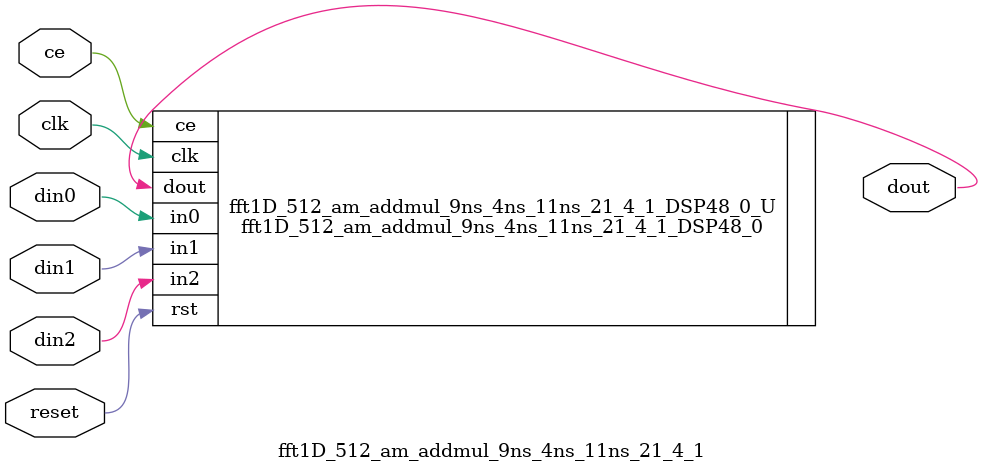
<source format=v>
module fft1D_512_am_addmul_9ns_4ns_11ns_21_4_1(clk,reset,ce,din0,din1,din2,dout); 
parameter ID = 32'd1;
parameter NUM_STAGE = 32'd1;
parameter din0_WIDTH = 32'd1;
parameter din1_WIDTH = 32'd1;
parameter din2_WIDTH = 32'd1;
parameter dout_WIDTH = 32'd1;
input clk;
input reset;
input ce;
input[din0_WIDTH - 1:0] din0;
input[din1_WIDTH - 1:0] din1;
input[din2_WIDTH - 1:0] din2;
output[dout_WIDTH - 1:0] dout;
fft1D_512_am_addmul_9ns_4ns_11ns_21_4_1_DSP48_0 fft1D_512_am_addmul_9ns_4ns_11ns_21_4_1_DSP48_0_U(.clk( clk ),.rst( reset ),.ce( ce ),.in0( din0 ),.in1( din1 ),.in2( din2 ),.dout( dout ));
endmodule
</source>
